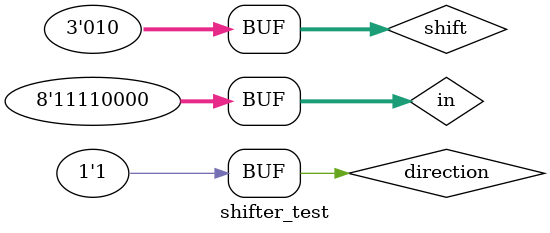
<source format=v>
`timescale 1ns / 1ps


module shifter_test;

	// Inputs
	reg [7:0] in;
	reg [2:0] shift;
	reg direction;

	// Outputs
	wire [7:0] out;

	// Instantiate the Unit Under Test (UUT)
	barrel_shifter uut (
		.in(in), 
		.shift(shift), 
		.direction(direction), 
		.out(out)
	);

	initial begin
		// Initialize Inputs
		in = 0;
		shift = 0;
		direction = 0;

		// Wait 100 ns for global reset to finish
		#100;
        
		// Add stimulus here
		in = 8'b11110000;
		shift = 3'b010;
		direction = 1;
	end
      
endmodule


</source>
